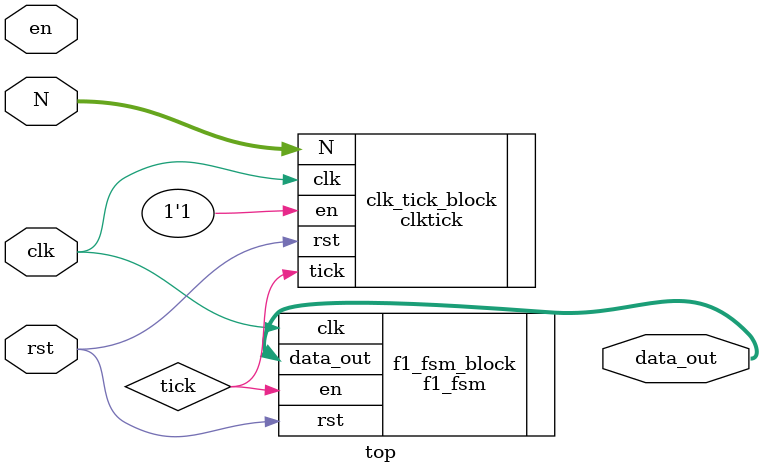
<source format=sv>
module top(
    input logic [15:0]          N,
    input logic                 en,
    input logic                 rst,
    input logic                 clk,

    output logic [7:0]          data_out
);

logic tick;

clktick clk_tick_block (
    .clk (clk),
    .rst (rst),
    .en (1'b1),
    .N (N),
    .tick (tick)
);



f1_fsm f1_fsm_block (
    .clk (clk),
    .rst(rst),
    .en(tick),
    .data_out(data_out)
);

endmodule

</source>
